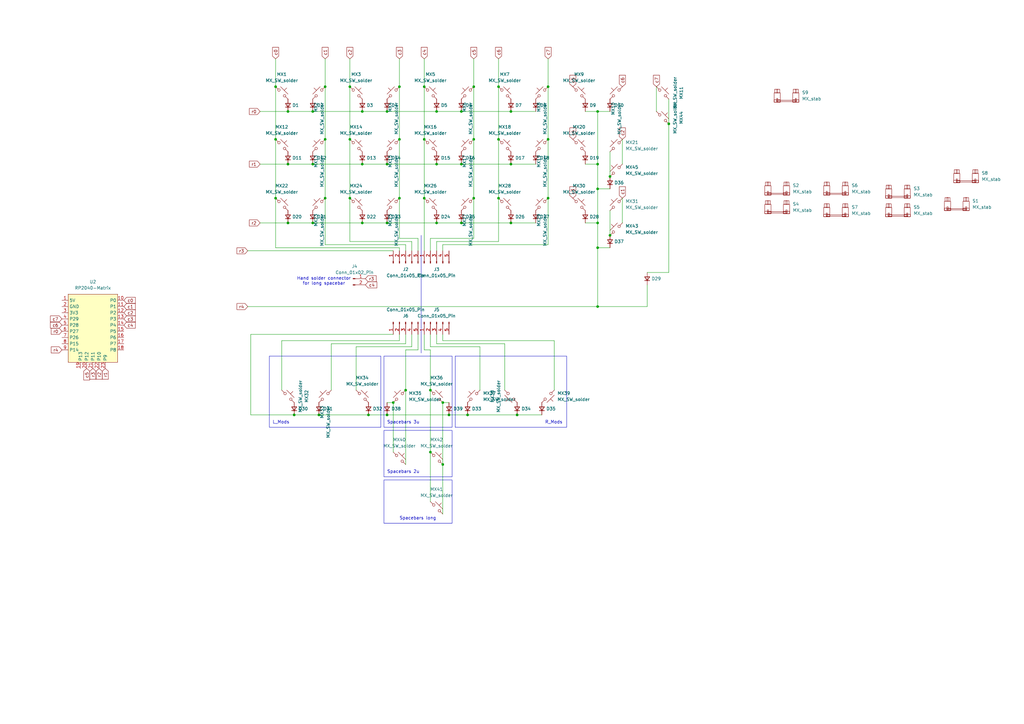
<source format=kicad_sch>
(kicad_sch (version 20250114) (generator "eeschema") (generator_version "9.0")
  (paper "A3")
  (lib_symbols
    (symbol "Connector:Conn_01x02_Pin" (pin_names (offset 1.016) (hide yes))
      (property "Reference" "J" (at 0 2.54 0))
      (property "Value" "Conn_01x02_Pin" (at 0 -5.08 0))
      (symbol "Conn_01x02_Pin_1_1"
        (rectangle (start 0.8636 0.127) (end 0 -0.127) (stroke (width 0.1524)) (fill (type outline)))
        (rectangle (start 0.8636 -2.413) (end 0 -2.667) (stroke (width 0.1524)) (fill (type outline)))
        (polyline (pts (xy 1.27 0) (xy 0.8636 0)) (stroke (width 0.1524)))
        (polyline (pts (xy 1.27 -2.54) (xy 0.8636 -2.54)) (stroke (width 0.1524)))
        (pin passive line (at 5.08 0 180) (length 3.81) (name "Pin_1") (number "1"))
        (pin passive line (at 5.08 -2.54 180) (length 3.81) (name "Pin_2") (number "2"))
      )
    )
    (symbol "Connector:Conn_01x05_Pin" (pin_names (offset 1.016) (hide yes))
      (property "Reference" "J" (at 0 7.62 0))
      (property "Value" "Conn_01x05_Pin" (at 0 -7.62 0))
      (symbol "Conn_01x05_Pin_1_1"
        (rectangle (start 0.8636 5.207) (end 0 4.953) (stroke (width 0.1524)) (fill (type outline)))
        (rectangle (start 0.8636 2.667) (end 0 2.413) (stroke (width 0.1524)) (fill (type outline)))
        (rectangle (start 0.8636 0.127) (end 0 -0.127) (stroke (width 0.1524)) (fill (type outline)))
        (rectangle (start 0.8636 -2.413) (end 0 -2.667) (stroke (width 0.1524)) (fill (type outline)))
        (rectangle (start 0.8636 -4.953) (end 0 -5.207) (stroke (width 0.1524)) (fill (type outline)))
        (polyline (pts (xy 1.27 5.08) (xy 0.8636 5.08)) (stroke (width 0.1524)))
        (polyline (pts (xy 1.27 2.54) (xy 0.8636 2.54)) (stroke (width 0.1524)))
        (polyline (pts (xy 1.27 0) (xy 0.8636 0)) (stroke (width 0.1524)))
        (polyline (pts (xy 1.27 -2.54) (xy 0.8636 -2.54)) (stroke (width 0.1524)))
        (polyline (pts (xy 1.27 -5.08) (xy 0.8636 -5.08)) (stroke (width 0.1524)))
        (pin passive line (at 5.08 5.08 180) (length 3.81) (name "Pin_1") (number "1"))
        (pin passive line (at 5.08 2.54 180) (length 3.81) (name "Pin_2") (number "2"))
        (pin passive line (at 5.08 0 180) (length 3.81) (name "Pin_3") (number "3"))
        (pin passive line (at 5.08 -2.54 180) (length 3.81) (name "Pin_4") (number "4"))
        (pin passive line (at 5.08 -5.08 180) (length 3.81) (name "Pin_5") (number "5"))
      )
    )
    (symbol "Device:D_Small" (pin_numbers (hide yes)) (pin_names (offset 0.254) (hide yes))
      (property "Reference" "D" (at -1.27 2.032 0))
      (property "Value" "D_Small" (at -3.81 -2.032 0))
      (symbol "D_Small_0_1"
        (polyline (pts (xy -0.762 0) (xy 0.762 0)))
        (polyline (pts (xy -0.762 -1.016) (xy -0.762 1.016)) (stroke (width 0.254)))
        (polyline (pts (xy 0.762 -1.016) (xy -0.762 0) (xy 0.762 1.016) (xy 0.762 -1.016)) (stroke (width 0.254)))
      )
      (symbol "D_Small_1_1"
        (pin passive line (at -2.54 0 0) (length 1.778) (name "K") (number "1"))
        (pin passive line (at 2.54 0 180) (length 1.778) (name "A") (number "2"))
      )
    )
    (symbol "PCM_marbastlib-mx:MX_SW_solder" (pin_numbers (hide yes)) (pin_names (offset 1.016) (hide yes))
      (property "Reference" "MX" (at 3.048 1.016 0))
      (property "Value" "MX_SW_solder" (at 0 -3.81 0))
      (symbol "MX_SW_solder_0_1"
        (polyline (pts (xy -2.54 2.54) (xy -1.524 1.524) (xy -1.524 1.524)))
        (circle (center -1.1684 1.1684) (radius 0.508))
        (polyline (pts (xy -0.508 2.54) (xy 2.54 -0.508)))
        (polyline (pts (xy 1.016 1.016) (xy 2.032 2.032)))
        (circle (center 1.143 -1.1938) (radius 0.508))
        (polyline (pts (xy 1.524 -1.524) (xy 2.54 -2.54) (xy 2.54 -2.54) (xy 2.54 -2.54)))
        (pin passive line (at -2.54 2.54 0) (length 0) (name "1") (number "1"))
        (pin passive line (at 2.54 -2.54 180) (length 0) (name "2") (number "2"))
      )
    )
    (symbol "PCM_marbastlib-mx:MX_stab" (pin_names (offset 1.016))
      (property "Reference" "S" (at -5.08 6.35 0))
      (property "Value" "MX_stab" (at -5.08 3.81 0))
      (symbol "MX_stab_0_1"
        (rectangle (start -5.08 1.27) (end -2.54 -2.54))
        (rectangle (start -5.08 -1.524) (end -2.54 -2.54))
        (rectangle (start -4.826 2.794) (end -2.794 1.27))
        (rectangle (start -4.064 1.27) (end -3.556 2.794))
        (rectangle (start -4.064 -1.778) (end 4.064 -2.286))
        (rectangle (start -4.064 -2.286) (end -3.556 -1.016))
        (rectangle (start 2.54 1.27) (end 5.08 -2.54))
        (rectangle (start 2.54 -1.524) (end 5.08 -2.54))
        (rectangle (start 2.794 2.794) (end 4.826 1.27))
        (rectangle (start 3.556 1.27) (end 4.064 2.794))
        (rectangle (start 4.064 -2.286) (end 3.556 -1.016))
      )
    )
    (symbol "PCM_marbastlib-promicroish:RP2040-Matrix" (in_bom no)
      (property "Reference" "U" (at 0 20.574 0))
      (property "Value" "RP2040-Matrix" (at 0 18.034 0))
      (symbol "RP2040-Matrix_0_0"
        (pin bidirectional line (at -12.7 3.81 0) (length 2.54) (name "P28") (number "5"))
        (pin bidirectional line (at -12.7 1.27 0) (length 2.54) (name "P27") (number "6"))
        (pin bidirectional line (at -12.7 -1.27 0) (length 2.54) (name "P26") (number "7"))
        (pin bidirectional line (at -12.7 -3.81 0) (length 2.54) (name "P15") (number "8"))
        (pin bidirectional line (at -5.08 -13.97 90) (length 2.54) (name "P13") (number "19"))
        (pin bidirectional line (at -2.54 -13.97 90) (length 2.54) (name "P12") (number "20"))
        (pin bidirectional line (at 0 -13.97 90) (length 2.54) (name "P11") (number "21"))
        (pin bidirectional line (at 2.54 -13.97 90) (length 2.54) (name "P10") (number "22"))
        (pin bidirectional line (at 5.08 -13.97 90) (length 2.54) (name "P9") (number "23"))
        (pin bidirectional line (at 12.7 13.97 180) (length 2.54) (name "P0") (number "10"))
        (pin bidirectional line (at 12.7 11.43 180) (length 2.54) (name "P1") (number "11"))
        (pin bidirectional line (at 12.7 8.89 180) (length 2.54) (name "P2") (number "12"))
        (pin power_out line (at 12.7 3.81 180) (length 2.54) (name "P4") (number "14"))
        (pin bidirectional line (at 12.7 1.27 180) (length 2.54) (name "P5") (number "15"))
        (pin bidirectional line (at 12.7 -3.81 180) (length 2.54) (name "P7") (number "17"))
        (pin bidirectional line (at 12.7 -6.35 180) (length 2.54) (name "P8") (number "18"))
      )
      (symbol "RP2040-Matrix_1_0"
        (pin power_out line (at -12.7 13.97 0) (length 2.54) (name "5V") (number "1"))
        (pin power_out line (at -12.7 11.43 0) (length 2.54) (name "GND") (number "2"))
        (pin power_out line (at -12.7 8.89 0) (length 2.54) (name "3V3") (number "3"))
        (pin bidirectional line (at -12.7 6.35 0) (length 2.54) (name "P29") (number "4"))
        (pin bidirectional line (at -12.7 -6.35 0) (length 2.54) (name "P14") (number "9"))
        (pin bidirectional line (at 12.7 6.35 180) (length 2.54) (name "P3") (number "13"))
        (pin power_out line (at 12.7 -1.27 180) (length 2.54) (name "P6") (number "16"))
      )
      (symbol "RP2040-Matrix_1_1"
        (rectangle (start -10.16 16.51) (end 10.16 -11.43) (fill (type background)))
      )
    )
  )
  (rectangle (start 157.48 146.05) (end 185.42 175.26))
  (rectangle (start 157.48 176.53) (end 185.42 195.58))
  (rectangle (start 157.48 196.85) (end 185.42 214.63))
  (rectangle (start 186.69 146.05) (end 232.41 175.26))
  (rectangle (start 110.49 146.05) (end 156.21 175.26))
  (text "Hand solder connector\nfor long spacebar\n" (at 132.842 115.316 0) (effects (font (size 1.27 1.27))))
  (text "L_Mods" (at 111.76 173.99 0) (effects (font (size 1.27 1.27)) (justify left bottom)))
  (text "R_Mods" (at 223.52 173.99 0) (effects (font (size 1.27 1.27)) (justify left bottom)))
  (text "Spacebars 2u" (at 158.75 194.31 0) (effects (font (size 1.27 1.27)) (justify left bottom)))
  (text "Spacebars 3u" (at 158.75 173.99 0) (effects (font (size 1.27 1.27)) (justify left bottom)))
  (text "Spacebars long" (at 163.83 213.36 0) (effects (font (size 1.27 1.27)) (justify left bottom)))
  (junction (at 189.23 91.44))
  (junction (at 209.55 45.72))
  (junction (at 128.27 91.44))
  (junction (at 163.83 81.28))
  (junction (at 224.79 57.15))
  (junction (at 245.11 77.47))
  (junction (at 245.11 67.31))
  (junction (at 143.51 81.28))
  (junction (at 191.77 170.18))
  (junction (at 245.11 91.44))
  (junction (at 204.47 35.56))
  (junction (at 245.11 125.73))
  (junction (at 148.59 45.72))
  (junction (at 158.75 91.44))
  (junction (at 113.03 81.28))
  (junction (at 161.29 165.1))
  (junction (at 163.83 57.15))
  (junction (at 128.27 45.72))
  (junction (at 113.03 57.15))
  (junction (at 179.07 91.44))
  (junction (at 181.61 165.1))
  (junction (at 212.09 170.18))
  (junction (at 194.31 35.56))
  (junction (at 184.15 170.18))
  (junction (at 128.27 67.31))
  (junction (at 274.32 50.8))
  (junction (at 166.37 160.02))
  (junction (at 176.53 160.02))
  (junction (at 209.55 67.31))
  (junction (at 179.07 45.72))
  (junction (at 245.11 101.6))
  (junction (at 143.51 57.15))
  (junction (at 148.59 91.44))
  (junction (at 245.11 45.72))
  (junction (at 163.83 35.56))
  (junction (at 158.75 67.31))
  (junction (at 118.11 91.44))
  (junction (at 181.61 190.5))
  (junction (at 209.55 91.44))
  (junction (at 250.19 96.52))
  (junction (at 158.75 45.72))
  (junction (at 133.35 35.56))
  (junction (at 118.11 67.31))
  (junction (at 133.35 57.15))
  (junction (at 194.31 57.15))
  (junction (at 130.81 170.18))
  (junction (at 189.23 67.31))
  (junction (at 179.07 67.31))
  (junction (at 176.53 185.42))
  (junction (at 250.19 72.39))
  (junction (at 224.79 81.28))
  (junction (at 224.79 35.56))
  (junction (at 143.51 35.56))
  (junction (at 118.11 45.72))
  (junction (at 148.59 67.31))
  (junction (at 204.47 81.28))
  (junction (at 120.65 170.18))
  (junction (at 173.99 57.15))
  (junction (at 189.23 45.72))
  (junction (at 151.13 170.18))
  (junction (at 173.99 81.28))
  (junction (at 133.35 81.28))
  (junction (at 204.47 57.15))
  (junction (at 173.99 35.56))
  (junction (at 194.31 81.28))
  (junction (at 158.75 170.18))
  (junction (at 113.03 35.56))
  (wire (pts (xy 148.59 45.72) (xy 158.75 45.72)))
  (wire (pts (xy 102.87 137.16) (xy 102.87 170.18)))
  (wire (pts (xy 135.89 140.97) (xy 166.37 140.97)))
  (wire (pts (xy 245.11 77.47) (xy 245.11 91.44)))
  (wire (pts (xy 163.83 81.28) (xy 163.83 97.79)))
  (wire (pts (xy 176.53 143.51) (xy 173.99 143.51)))
  (wire (pts (xy 250.19 62.23) (xy 250.19 72.39)))
  (wire (pts (xy 209.55 67.31) (xy 219.71 67.31)))
  (wire (pts (xy 173.99 35.56) (xy 173.99 57.15)))
  (wire (pts (xy 179.07 91.44) (xy 189.23 91.44)))
  (wire (pts (xy 163.83 35.56) (xy 163.83 57.15)))
  (wire (pts (xy 176.53 137.16) (xy 176.53 142.24)))
  (wire (pts (xy 106.68 67.31) (xy 118.11 67.31)))
  (wire (pts (xy 245.11 67.31) (xy 245.11 77.47)))
  (wire (pts (xy 163.83 137.16) (xy 163.83 139.7)))
  (wire (pts (xy 166.37 143.51) (xy 171.45 143.51)))
  (wire (pts (xy 196.85 142.24) (xy 196.85 160.02)))
  (wire (pts (xy 143.51 24.13) (xy 143.51 35.56)))
  (wire (pts (xy 181.61 190.5) (xy 181.61 210.82)))
  (wire (pts (xy 106.68 45.72) (xy 118.11 45.72)))
  (wire (pts (xy 179.07 45.72) (xy 189.23 45.72)))
  (wire (pts (xy 181.61 100.33) (xy 224.79 100.33)))
  (wire (pts (xy 194.31 57.15) (xy 194.31 81.28)))
  (wire (pts (xy 176.53 185.42) (xy 176.53 205.74)))
  (wire (pts (xy 158.75 45.72) (xy 179.07 45.72)))
  (wire (pts (xy 265.43 116.84) (xy 265.43 125.73)))
  (wire (pts (xy 148.59 67.31) (xy 158.75 67.31)))
  (wire (pts (xy 207.01 140.97) (xy 179.07 140.97)))
  (wire (pts (xy 113.03 57.15) (xy 113.03 81.28)))
  (wire (pts (xy 209.55 45.72) (xy 219.71 45.72)))
  (wire (pts (xy 224.79 24.13) (xy 224.79 35.56)))
  (wire (pts (xy 207.01 160.02) (xy 207.01 140.97)))
  (wire (pts (xy 128.27 67.31) (xy 148.59 67.31)))
  (wire (pts (xy 245.11 45.72) (xy 245.11 67.31)))
  (wire (pts (xy 163.83 97.79) (xy 171.45 97.79)))
  (wire (pts (xy 194.31 24.13) (xy 194.31 35.56)))
  (wire (pts (xy 181.61 139.7) (xy 227.33 139.7)))
  (wire (pts (xy 184.15 170.18) (xy 158.75 170.18)))
  (wire (pts (xy 274.32 40.64) (xy 274.32 50.8)))
  (wire (pts (xy 148.59 91.44) (xy 158.75 91.44)))
  (wire (pts (xy 101.6 102.87) (xy 161.29 102.87)))
  (wire (pts (xy 163.83 57.15) (xy 163.83 81.28)))
  (wire (pts (xy 133.35 35.56) (xy 133.35 57.15)))
  (wire (pts (xy 189.23 45.72) (xy 209.55 45.72)))
  (wire (pts (xy 168.91 142.24) (xy 146.05 142.24)))
  (wire (pts (xy 166.37 100.33) (xy 166.37 102.87)))
  (wire (pts (xy 227.33 139.7) (xy 227.33 160.02)))
  (wire (pts (xy 212.09 170.18) (xy 191.77 170.18)))
  (wire (pts (xy 179.07 67.31) (xy 189.23 67.31)))
  (wire (pts (xy 166.37 140.97) (xy 166.37 137.16)))
  (wire (pts (xy 194.31 81.28) (xy 194.31 97.79)))
  (wire (pts (xy 179.07 99.06) (xy 204.47 99.06)))
  (wire (pts (xy 245.11 125.73) (xy 101.6 125.73)))
  (wire (pts (xy 181.61 165.1) (xy 181.61 190.5)))
  (wire (pts (xy 118.11 91.44) (xy 128.27 91.44)))
  (wire (pts (xy 143.51 81.28) (xy 143.51 99.06)))
  (wire (pts (xy 189.23 91.44) (xy 209.55 91.44)))
  (wire (pts (xy 184.15 165.1) (xy 181.61 165.1)))
  (wire (pts (xy 265.43 111.76) (xy 274.32 111.76)))
  (wire (pts (xy 158.75 165.1) (xy 161.29 165.1)))
  (wire (pts (xy 176.53 142.24) (xy 196.85 142.24)))
  (wire (pts (xy 168.91 99.06) (xy 168.91 102.87)))
  (wire (pts (xy 189.23 67.31) (xy 209.55 67.31)))
  (wire (pts (xy 240.03 67.31) (xy 245.11 67.31)))
  (wire (pts (xy 146.05 142.24) (xy 146.05 160.02)))
  (wire (pts (xy 166.37 160.02) (xy 166.37 143.51)))
  (wire (pts (xy 151.13 170.18) (xy 130.81 170.18)))
  (wire (pts (xy 191.77 170.18) (xy 184.15 170.18)))
  (wire (pts (xy 245.11 91.44) (xy 245.11 101.6)))
  (wire (pts (xy 176.53 97.79) (xy 176.53 102.87)))
  (wire (pts (xy 265.43 125.73) (xy 245.11 125.73)))
  (wire (pts (xy 163.83 24.13) (xy 163.83 35.56)))
  (wire (pts (xy 181.61 102.87) (xy 181.61 100.33)))
  (wire (pts (xy 274.32 50.8) (xy 274.32 111.76)))
  (wire (pts (xy 250.19 86.36) (xy 250.19 96.52)))
  (wire (pts (xy 166.37 160.02) (xy 166.37 190.5)))
  (wire (pts (xy 250.19 45.72) (xy 245.11 45.72)))
  (wire (pts (xy 173.99 24.13) (xy 173.99 35.56)))
  (wire (pts (xy 143.51 57.15) (xy 143.51 81.28)))
  (wire (pts (xy 176.53 160.02) (xy 176.53 185.42)))
  (wire (pts (xy 269.24 35.56) (xy 269.24 45.72)))
  (wire (pts (xy 133.35 24.13) (xy 133.35 35.56)))
  (wire (pts (xy 173.99 57.15) (xy 173.99 81.28)))
  (wire (pts (xy 133.35 100.33) (xy 166.37 100.33)))
  (wire (pts (xy 250.19 101.6) (xy 245.11 101.6)))
  (wire (pts (xy 194.31 35.56) (xy 194.31 57.15)))
  (wire (pts (xy 118.11 45.72) (xy 128.27 45.72)))
  (wire (pts (xy 113.03 35.56) (xy 113.03 57.15)))
  (wire (pts (xy 209.55 91.44) (xy 219.71 91.44)))
  (wire (pts (xy 133.35 57.15) (xy 133.35 81.28)))
  (wire (pts (xy 135.89 160.02) (xy 135.89 140.97)))
  (wire (pts (xy 179.07 140.97) (xy 179.07 137.16)))
  (wire (pts (xy 250.19 77.47) (xy 245.11 77.47)))
  (wire (pts (xy 204.47 57.15) (xy 204.47 81.28)))
  (wire (pts (xy 161.29 165.1) (xy 161.29 185.42)))
  (wire (pts (xy 168.91 137.16) (xy 168.91 142.24)))
  (wire (pts (xy 163.83 101.6) (xy 163.83 102.87)))
  (wire (pts (xy 120.65 170.18) (xy 102.87 170.18)))
  (wire (pts (xy 255.27 57.15) (xy 255.27 67.31)))
  (wire (pts (xy 224.79 81.28) (xy 224.79 100.33)))
  (wire (pts (xy 158.75 67.31) (xy 179.07 67.31)))
  (wire (pts (xy 130.81 170.18) (xy 120.65 170.18)))
  (wire (pts (xy 240.03 45.72) (xy 245.11 45.72)))
  (wire (pts (xy 106.68 91.44) (xy 118.11 91.44)))
  (wire (pts (xy 179.07 102.87) (xy 179.07 99.06)))
  (wire (pts (xy 176.53 160.02) (xy 176.53 143.51)))
  (wire (pts (xy 224.79 57.15) (xy 224.79 81.28)))
  (wire (pts (xy 194.31 97.79) (xy 176.53 97.79)))
  (wire (pts (xy 224.79 35.56) (xy 224.79 57.15)))
  (wire (pts (xy 204.47 99.06) (xy 204.47 81.28)))
  (wire (pts (xy 158.75 91.44) (xy 179.07 91.44)))
  (wire (pts (xy 102.87 137.16) (xy 161.29 137.16)))
  (wire (pts (xy 222.25 170.18) (xy 212.09 170.18)))
  (wire (pts (xy 245.11 101.6) (xy 245.11 125.73)))
  (wire (pts (xy 171.45 97.79) (xy 171.45 102.87)))
  (wire (pts (xy 115.57 139.7) (xy 115.57 160.02)))
  (wire (pts (xy 171.45 143.51) (xy 171.45 137.16)))
  (wire (pts (xy 128.27 45.72) (xy 148.59 45.72)))
  (wire (pts (xy 143.51 99.06) (xy 168.91 99.06)))
  (wire (pts (xy 143.51 35.56) (xy 143.51 57.15)))
  (wire (pts (xy 128.27 91.44) (xy 148.59 91.44)))
  (wire (pts (xy 204.47 35.56) (xy 204.47 57.15)))
  (wire (pts (xy 158.75 170.18) (xy 151.13 170.18)))
  (wire (pts (xy 113.03 101.6) (xy 163.83 101.6)))
  (wire (pts (xy 204.47 24.13) (xy 204.47 35.56)))
  (wire (pts (xy 255.27 81.28) (xy 255.27 91.44)))
  (wire (pts (xy 113.03 81.28) (xy 113.03 101.6)))
  (wire (pts (xy 163.83 139.7) (xy 115.57 139.7)))
  (wire (pts (xy 173.99 143.51) (xy 173.99 137.16)))
  (wire (pts (xy 118.11 67.31) (xy 128.27 67.31)))
  (wire (pts (xy 173.99 81.28) (xy 173.99 102.87)))
  (wire (pts (xy 133.35 81.28) (xy 133.35 100.33)))
  (wire (pts (xy 113.03 24.13) (xy 113.03 35.56)))
  (polyline (pts (xy 172.72 96.52) (xy 172.72 144.78)))
  (wire (pts (xy 181.61 137.16) (xy 181.61 139.7)))
  (wire (pts (xy 240.03 91.44) (xy 245.11 91.44)))
  (global_label "c3" (shape input) (at 50.8 130.81 0) (property "Intersheetrefs" "${INTERSHEET_REFS}" (effects (hide yes))))
  (global_label "c7" (shape input) (at 25.4 130.81 180) (property "Intersheetrefs" "${INTERSHEET_REFS}" (effects (hide yes))))
  (global_label "c6" (shape input) (at 204.47 24.13 90) (property "Intersheetrefs" "${INTERSHEET_REFS}" (effects (hide yes))))
  (global_label "c1" (shape input) (at 50.8 125.73 0) (property "Intersheetrefs" "${INTERSHEET_REFS}" (effects (hide yes))))
  (global_label "c4" (shape input) (at 50.8 133.35 0) (property "Intersheetrefs" "${INTERSHEET_REFS}" (effects (hide yes))))
  (global_label "r3" (shape input) (at 38.1 151.13 270) (property "Intersheetrefs" "${INTERSHEET_REFS}" (effects (hide yes))))
  (global_label "c2" (shape input) (at 143.51 24.13 90) (property "Intersheetrefs" "${INTERSHEET_REFS}" (effects (hide yes))))
  (global_label "c7" (shape input) (at 224.79 24.13 90) (property "Intersheetrefs" "${INTERSHEET_REFS}" (effects (hide yes))))
  (global_label "r2" (shape input) (at 106.68 91.44 180) (property "Intersheetrefs" "${INTERSHEET_REFS}" (effects (hide yes))))
  (global_label "r2" (shape input) (at 40.64 151.13 270) (property "Intersheetrefs" "${INTERSHEET_REFS}" (effects (hide yes))))
  (global_label "c5" (shape input) (at 194.31 24.13 90) (property "Intersheetrefs" "${INTERSHEET_REFS}" (effects (hide yes))))
  (global_label "c1" (shape input) (at 133.35 24.13 90) (property "Intersheetrefs" "${INTERSHEET_REFS}" (effects (hide yes))))
  (global_label "r1" (shape input) (at 43.18 151.13 270) (property "Intersheetrefs" "${INTERSHEET_REFS}" (effects (hide yes))))
  (global_label "c3" (shape input) (at 163.83 24.13 90) (property "Intersheetrefs" "${INTERSHEET_REFS}" (effects (hide yes))))
  (global_label "c7" (shape input) (at 269.24 35.56 90) (property "Intersheetrefs" "${INTERSHEET_REFS}" (effects (hide yes))))
  (global_label "c0" (shape input) (at 50.8 123.19 0) (property "Intersheetrefs" "${INTERSHEET_REFS}" (effects (hide yes))))
  (global_label "c3" (shape input) (at 234.95 81.28 90) (property "Intersheetrefs" "${INTERSHEET_REFS}" (effects (hide yes))))
  (global_label "c4" (shape input) (at 173.99 24.13 90) (property "Intersheetrefs" "${INTERSHEET_REFS}" (effects (hide yes))))
  (global_label "r0" (shape input) (at 106.68 45.72 180) (property "Intersheetrefs" "${INTERSHEET_REFS}" (effects (hide yes))))
  (global_label "r4" (shape input) (at 25.4 143.51 180) (property "Intersheetrefs" "${INTERSHEET_REFS}" (effects (hide yes))))
  (global_label "r0" (shape input) (at 25.4 135.89 180) (property "Intersheetrefs" "${INTERSHEET_REFS}" (effects (hide yes))))
  (global_label "c6" (shape input) (at 25.4 133.35 180) (property "Intersheetrefs" "${INTERSHEET_REFS}" (effects (hide yes))))
  (global_label "c0" (shape input) (at 113.03 24.13 90) (property "Intersheetrefs" "${INTERSHEET_REFS}" (effects (hide yes))))
  (global_label "r4" (shape input) (at 101.6 125.73 180) (property "Intersheetrefs" "${INTERSHEET_REFS}" (effects (hide yes))))
  (global_label "c4" (shape input) (at 149.86 116.84 0) (property "Intersheetrefs" "${INTERSHEET_REFS}" (effects (hide yes))))
  (global_label "c6" (shape input) (at 255.27 35.56 90) (property "Intersheetrefs" "${INTERSHEET_REFS}" (effects (hide yes))))
  (global_label "c1" (shape input) (at 255.27 81.28 90) (property "Intersheetrefs" "${INTERSHEET_REFS}" (effects (hide yes))))
  (global_label "c2" (shape input) (at 50.8 128.27 0) (property "Intersheetrefs" "${INTERSHEET_REFS}" (effects (hide yes))))
  (global_label "r3" (shape input) (at 149.86 114.3 0) (property "Intersheetrefs" "${INTERSHEET_REFS}" (effects (hide yes))))
  (global_label "c5" (shape input) (at 234.95 35.56 90) (property "Intersheetrefs" "${INTERSHEET_REFS}" (effects (hide yes))))
  (global_label "r1" (shape input) (at 106.68 67.31 180) (property "Intersheetrefs" "${INTERSHEET_REFS}" (effects (hide yes))))
  (global_label "c4" (shape input) (at 234.95 57.15 90) (property "Intersheetrefs" "${INTERSHEET_REFS}" (effects (hide yes))))
  (global_label "c5" (shape input) (at 35.56 151.13 270) (property "Intersheetrefs" "${INTERSHEET_REFS}" (effects (hide yes))))
  (global_label "r3" (shape input) (at 101.6 102.87 180) (property "Intersheetrefs" "${INTERSHEET_REFS}" (effects (hide yes))))
  (global_label "c2" (shape input) (at 255.27 57.15 90) (property "Intersheetrefs" "${INTERSHEET_REFS}" (effects (hide yes))))
  (symbol (lib_id "Device:D_Small") (at 148.59 88.9 90) (unit 1)
    (property "Reference" "D22" (at 150.368 88.9 90) (effects (justify right)))
    (property "Value" "1n4148" (effects (hide yes)))
    (property "Footprint" "footprints:Diode-dual" (effects (hide yes)))
    (property "Description" "Diode, small symbol" (effects (hide yes)))
    (property "Sim.Device" "D" (effects (hide yes)))
    (property "Sim.Pins" "1=K 2=A" (effects (hide yes)))
  )
  (symbol (lib_id "Connector:Conn_01x05_Pin") (at 179.07 107.95 90) (unit 1)
    (property "Reference" "J3" (at 179.07 110.49 90))
    (property "Value" "Conn_01x05_Pin" (at 179.07 113.03 90))
    (property "Footprint" "Connector_PinHeader_2.54mm:PinHeader_1x05_P2.54mm_Vertical" (effects (hide yes)))
    (property "Description" "Generic connector, single row, 01x05, script generated" (effects (hide yes)))
  )
  (symbol (lib_id "PCM_marbastlib-mx:MX_SW_solder") (at 115.57 83.82 0) (unit 1)
    (property "Reference" "MX22" (at 115.57 76.2 0))
    (property "Value" "MX_SW_solder" (at 115.57 78.74 0))
    (property "Footprint" "PCM_marbastlib-mx:SW_MX_1.75u" (effects (hide yes)))
  )
  (symbol (lib_id "PCM_marbastlib-mx:MX_stab") (at 368.3 86.36 0) (unit 1)
    (property "Reference" "S5" (at 374.65 84.963 0) (effects (justify left)))
    (property "Value" "MX_stab" (at 374.65 87.503 0) (effects (justify left)))
    (property "Footprint" "PCM_marbastlib-mx:STAB_MX_2u" (effects (hide yes)))
  )
  (symbol (lib_id "Device:D_Small") (at 158.75 64.77 90) (unit 1)
    (property "Reference" "D14" (at 160.528 64.77 90) (effects (justify right)))
    (property "Value" "1n4148" (effects (hide yes)))
    (property "Footprint" "footprints:Diode-dual" (effects (hide yes)))
    (property "Description" "Diode, small symbol" (effects (hide yes)))
    (property "Sim.Device" "D" (effects (hide yes)))
    (property "Sim.Pins" "1=K 2=A" (effects (hide yes)))
  )
  (symbol (lib_id "Device:D_Small") (at 151.13 167.64 90) (unit 1)
    (property "Reference" "D32" (at 152.908 167.64 90) (effects (justify right)))
    (property "Value" "1n4148" (effects (hide yes)))
    (property "Footprint" "footprints:Diode-dual" (effects (hide yes)))
    (property "Description" "Diode, small symbol" (effects (hide yes)))
    (property "Sim.Device" "D" (effects (hide yes)))
    (property "Sim.Pins" "1=K 2=A" (effects (hide yes)))
  )
  (symbol (lib_id "Device:D_Small") (at 189.23 88.9 90) (unit 1)
    (property "Reference" "D25" (at 191.008 88.9 90) (effects (justify right)))
    (property "Value" "1n4148" (effects (hide yes)))
    (property "Footprint" "footprints:Diode-dual" (effects (hide yes)))
    (property "Description" "Diode, small symbol" (effects (hide yes)))
    (property "Sim.Device" "D" (effects (hide yes)))
    (property "Sim.Pins" "1=K 2=A" (effects (hide yes)))
  )
  (symbol (lib_id "PCM_marbastlib-mx:MX_SW_solder") (at 252.73 93.98 90) (unit 1)
    (property "Reference" "MX43" (at 256.54 92.71 90) (effects (justify right)))
    (property "Value" "MX_SW_solder" (at 256.54 95.25 90) (effects (justify right)))
    (property "Footprint" "PCM_marbastlib-mx:SW_MX_1u" (effects (hide yes)))
  )
  (symbol (lib_id "Device:D_Small") (at 118.11 88.9 90) (unit 1)
    (property "Reference" "D20" (at 119.888 88.9 90) (effects (justify right)))
    (property "Value" "1n4148" (effects (hide yes)))
    (property "Footprint" "footprints:Diode-dual" (effects (hide yes)))
    (property "Description" "Diode, small symbol" (effects (hide yes)))
    (property "Sim.Device" "D" (effects (hide yes)))
    (property "Sim.Pins" "1=K 2=A" (effects (hide yes)))
  )
  (symbol (lib_id "PCM_marbastlib-mx:MX_SW_solder") (at 163.83 162.56 90) (unit 1)
    (property "Reference" "MX35" (at 167.64 161.29 90) (effects (justify right)))
    (property "Value" "MX_SW_solder" (at 167.64 163.83 90) (effects (justify right)))
    (property "Footprint" "PCM_marbastlib-mx:SW_MX_1u" (effects (hide yes)))
  )
  (symbol (lib_id "PCM_marbastlib-mx:MX_SW_solder") (at 271.78 48.26 270) (mirror x) (unit 1)
    (property "Reference" "MX44" (at 279.4 48.26 0))
    (property "Value" "MX_SW_solder" (at 276.86 48.26 0))
    (property "Footprint" "PCM_marbastlib-mx:SW_MX_1.5u" (effects (hide yes)))
  )
  (symbol (lib_id "PCM_marbastlib-mx:MX_SW_solder") (at 237.49 83.82 0) (unit 1)
    (property "Reference" "MX30" (at 237.49 76.2 0))
    (property "Value" "MX_SW_solder" (at 237.49 78.74 0))
    (property "Footprint" "PCM_marbastlib-mx:SW_MX_1u" (effects (hide yes)))
  )
  (symbol (lib_id "PCM_marbastlib-mx:MX_SW_solder") (at 252.73 38.1 0) (mirror y) (unit 1)
    (property "Reference" "MX10" (at 251.46 41.91 90) (effects (justify right)))
    (property "Value" "MX_SW_solder" (at 254 41.91 90) (effects (justify right)))
    (property "Footprint" "PCM_marbastlib-mx:SW_MX_1u" (effects (hide yes)))
  )
  (symbol (lib_id "PCM_marbastlib-mx:MX_SW_solder") (at 222.25 38.1 0) (mirror y) (unit 1)
    (property "Reference" "MX8" (at 220.98 41.91 90) (effects (justify right)))
    (property "Value" "MX_SW_solder" (at 223.52 41.91 90) (effects (justify right)))
    (property "Footprint" "PCM_marbastlib-mx:SW_MX_1u" (effects (hide yes)))
  )
  (symbol (lib_id "Device:D_Small") (at 250.19 99.06 90) (unit 1)
    (property "Reference" "D37" (at 251.968 99.06 90) (effects (justify right)))
    (property "Value" "1n4148" (effects (hide yes)))
    (property "Footprint" "footprints:Diode-dual" (effects (hide yes)))
    (property "Description" "Diode, small symbol" (effects (hide yes)))
    (property "Sim.Device" "D" (effects (hide yes)))
    (property "Sim.Pins" "1=K 2=A" (effects (hide yes)))
  )
  (symbol (lib_id "PCM_marbastlib-promicroish:RP2040-Matrix") (at 38.1 137.16 0) (unit 1) (in_bom no)
    (property "Reference" "U2" (at 38.1 115.57 0))
    (property "Value" "RP2040-Matrix" (at 38.1 118.11 0))
    (property "Footprint" "PCM_marbastlib-xp-promicroish:RP2040-Matrix_AH" (effects (hide yes)))
    (property "Datasheet" "https://www.waveshare.com/rp2040-matrix.htm" (effects (hide yes)))
    (property "Description" "Symbol for a Waveshare RP2040-Matrix" (effects (hide yes)))
  )
  (symbol (lib_id "Device:D_Small") (at 128.27 64.77 90) (unit 1)
    (property "Reference" "D12" (at 130.048 64.77 90) (effects (justify right)))
    (property "Value" "1n4148" (effects (hide yes)))
    (property "Footprint" "footprints:Diode-dual" (effects (hide yes)))
    (property "Description" "Diode, small symbol" (effects (hide yes)))
    (property "Sim.Device" "D" (effects (hide yes)))
    (property "Sim.Pins" "1=K 2=A" (effects (hide yes)))
  )
  (symbol (lib_id "PCM_marbastlib-mx:MX_SW_solder") (at 207.01 59.69 0) (unit 1)
    (property "Reference" "MX18" (at 207.01 52.07 0))
    (property "Value" "MX_SW_solder" (at 207.01 54.61 0))
    (property "Footprint" "PCM_marbastlib-mx:SW_MX_1u" (effects (hide yes)))
  )
  (symbol (lib_id "Device:D_Small") (at 158.75 43.18 90) (unit 1)
    (property "Reference" "D4" (at 160.528 43.18 90) (effects (justify right)))
    (property "Value" "1n4148" (effects (hide yes)))
    (property "Footprint" "footprints:Diode-dual" (effects (hide yes)))
    (property "Description" "Diode, small symbol" (effects (hide yes)))
    (property "Sim.Device" "D" (effects (hide yes)))
    (property "Sim.Pins" "1=K 2=A" (effects (hide yes)))
  )
  (symbol (lib_id "Device:D_Small") (at 209.55 88.9 90) (unit 1)
    (property "Reference" "D26" (at 211.328 88.9 90) (effects (justify right)))
    (property "Value" "1n4148" (effects (hide yes)))
    (property "Footprint" "footprints:Diode-dual" (effects (hide yes)))
    (property "Description" "Diode, small symbol" (effects (hide yes)))
    (property "Sim.Device" "D" (effects (hide yes)))
    (property "Sim.Pins" "1=K 2=A" (effects (hide yes)))
  )
  (symbol (lib_id "Device:D_Small") (at 148.59 64.77 90) (unit 1)
    (property "Reference" "D13" (at 150.368 64.77 90) (effects (justify right)))
    (property "Value" "1n4148" (effects (hide yes)))
    (property "Footprint" "footprints:Diode-dual" (effects (hide yes)))
    (property "Description" "Diode, small symbol" (effects (hide yes)))
    (property "Sim.Device" "D" (effects (hide yes)))
    (property "Sim.Pins" "1=K 2=A" (effects (hide yes)))
  )
  (symbol (lib_id "PCM_marbastlib-mx:MX_SW_solder") (at 207.01 83.82 0) (unit 1)
    (property "Reference" "MX28" (at 207.01 76.2 0))
    (property "Value" "MX_SW_solder" (at 207.01 78.74 0))
    (property "Footprint" "PCM_marbastlib-mx:SW_MX_1u" (effects (hide yes)))
  )
  (symbol (lib_id "Connector:Conn_01x05_Pin") (at 166.37 107.95 90) (unit 1)
    (property "Reference" "J2" (at 166.37 110.49 90))
    (property "Value" "Conn_01x05_Pin" (at 166.37 113.03 90))
    (property "Footprint" "Connector_PinHeader_2.54mm:PinHeader_1x05_P2.54mm_Vertical" (effects (hide yes)))
    (property "Description" "Generic connector, single row, 01x05, script generated" (effects (hide yes)))
  )
  (symbol (lib_id "PCM_marbastlib-mx:MX_SW_solder") (at 130.81 59.69 0) (mirror y) (unit 1)
    (property "Reference" "MX13" (at 129.54 63.5 90) (effects (justify right)))
    (property "Value" "MX_SW_solder" (at 132.08 63.5 90) (effects (justify right)))
    (property "Footprint" "PCM_marbastlib-mx:SW_MX_1u" (effects (hide yes)))
  )
  (symbol (lib_id "Device:D_Small") (at 158.75 167.64 90) (unit 1)
    (property "Reference" "D38" (at 160.528 167.64 90) (effects (justify right)))
    (property "Value" "1n4148" (effects (hide yes)))
    (property "Footprint" "footprints:Diode-dual" (effects (hide yes)))
    (property "Description" "Diode, small symbol" (effects (hide yes)))
    (property "Sim.Device" "D" (effects (hide yes)))
    (property "Sim.Pins" "1=K 2=A" (effects (hide yes)))
  )
  (symbol (lib_id "Device:D_Small") (at 148.59 43.18 90) (unit 1)
    (property "Reference" "D3" (at 150.368 43.18 90) (effects (justify right)))
    (property "Value" "1n4148" (effects (hide yes)))
    (property "Footprint" "footprints:Diode-dual" (effects (hide yes)))
    (property "Description" "Diode, small symbol" (effects (hide yes)))
    (property "Sim.Device" "D" (effects (hide yes)))
    (property "Sim.Pins" "1=K 2=A" (effects (hide yes)))
  )
  (symbol (lib_id "PCM_marbastlib-mx:MX_SW_solder") (at 207.01 38.1 0) (unit 1)
    (property "Reference" "MX7" (at 207.01 30.48 0))
    (property "Value" "MX_SW_solder" (at 207.01 33.02 0))
    (property "Footprint" "PCM_marbastlib-mx:SW_MX_1u" (effects (hide yes)))
  )
  (symbol (lib_id "PCM_marbastlib-mx:MX_SW_solder") (at 161.29 59.69 0) (mirror y) (unit 1)
    (property "Reference" "MX15" (at 160.02 63.5 90) (effects (justify right)))
    (property "Value" "MX_SW_solder" (at 162.56 63.5 90) (effects (justify right)))
    (property "Footprint" "PCM_marbastlib-mx:SW_MX_1u" (effects (hide yes)))
  )
  (symbol (lib_id "PCM_marbastlib-mx:MX_SW_solder") (at 237.49 38.1 0) (unit 1)
    (property "Reference" "MX9" (at 237.49 30.48 0))
    (property "Value" "MX_SW_solder" (at 237.49 33.02 0))
    (property "Footprint" "PCM_marbastlib-mx:SW_MX_1u" (effects (hide yes)))
  )
  (symbol (lib_id "PCM_marbastlib-mx:MX_stab") (at 322.58 39.37 0) (unit 1)
    (property "Reference" "S9" (at 328.93 37.9729 0) (effects (justify left)))
    (property "Value" "MX_stab" (at 328.93 40.5129 0) (effects (justify left)))
    (property "Footprint" "PCM_marbastlib-mx:STAB_MX_P_ISO" (effects (hide yes)))
    (property "Description" "Cherry MX-style stabilizer" (effects (hide yes)))
  )
  (symbol (lib_id "PCM_marbastlib-mx:MX_SW_solder") (at 176.53 83.82 0) (unit 1)
    (property "Reference" "MX26" (at 176.53 76.2 0))
    (property "Value" "MX_SW_solder" (at 176.53 78.74 0))
    (property "Footprint" "PCM_marbastlib-mx:SW_MX_1u" (effects (hide yes)))
  )
  (symbol (lib_id "Device:D_Small") (at 222.25 167.64 90) (unit 1)
    (property "Reference" "D35" (at 224.028 167.64 90) (effects (justify right)))
    (property "Value" "1n4148" (effects (hide yes)))
    (property "Footprint" "footprints:Diode-dual" (effects (hide yes)))
    (property "Description" "Diode, small symbol" (effects (hide yes)))
    (property "Sim.Device" "D" (effects (hide yes)))
    (property "Sim.Pins" "1=K 2=A" (effects (hide yes)))
  )
  (symbol (lib_id "Device:D_Small") (at 209.55 43.18 90) (unit 1)
    (property "Reference" "D7" (at 211.328 43.18 90) (effects (justify right)))
    (property "Value" "1n4148" (effects (hide yes)))
    (property "Footprint" "footprints:Diode-dual" (effects (hide yes)))
    (property "Description" "Diode, small symbol" (effects (hide yes)))
    (property "Sim.Device" "D" (effects (hide yes)))
    (property "Sim.Pins" "1=K 2=A" (effects (hide yes)))
  )
  (symbol (lib_id "Device:D_Small") (at 240.03 43.18 90) (unit 1)
    (property "Reference" "D9" (at 241.808 43.18 90) (effects (justify right)))
    (property "Value" "1n4148" (effects (hide yes)))
    (property "Footprint" "footprints:Diode-dual" (effects (hide yes)))
    (property "Description" "Diode, small symbol" (effects (hide yes)))
    (property "Sim.Device" "D" (effects (hide yes)))
    (property "Sim.Pins" "1=K 2=A" (effects (hide yes)))
  )
  (symbol (lib_id "Device:D_Small") (at 120.65 167.64 90) (unit 1)
    (property "Reference" "D30" (at 122.428 167.64 90) (effects (justify right)))
    (property "Value" "1n4148" (effects (hide yes)))
    (property "Footprint" "footprints:Diode-dual" (effects (hide yes)))
    (property "Description" "Diode, small symbol" (effects (hide yes)))
    (property "Sim.Device" "D" (effects (hide yes)))
    (property "Sim.Pins" "1=K 2=A" (effects (hide yes)))
  )
  (symbol (lib_id "PCM_marbastlib-mx:MX_SW_solder") (at 176.53 59.69 0) (unit 1)
    (property "Reference" "MX16" (at 176.53 52.07 0))
    (property "Value" "MX_SW_solder" (at 176.53 54.61 0))
    (property "Footprint" "PCM_marbastlib-mx:SW_MX_1u" (effects (hide yes)))
  )
  (symbol (lib_id "PCM_marbastlib-mx:MX_SW_solder") (at 224.79 162.56 270) (unit 1)
    (property "Reference" "MX39" (at 228.6 161.2899 90) (effects (justify left)))
    (property "Value" "MX_SW_solder" (at 228.6 163.8299 90) (effects (justify left)))
    (property "Footprint" "PCM_marbastlib-mx:SW_MX_1u" (effects (hide yes)))
  )
  (symbol (lib_id "PCM_marbastlib-mx:MX_SW_solder") (at 146.05 59.69 0) (unit 1)
    (property "Reference" "MX14" (at 146.05 52.07 0))
    (property "Value" "MX_SW_solder" (at 146.05 54.61 0))
    (property "Footprint" "PCM_marbastlib-mx:SW_MX_1u" (effects (hide yes)))
  )
  (symbol (lib_id "Device:D_Small") (at 179.07 43.18 90) (unit 1)
    (property "Reference" "D5" (at 180.848 43.18 90) (effects (justify right)))
    (property "Value" "1n4148" (effects (hide yes)))
    (property "Footprint" "footprints:Diode-dual" (effects (hide yes)))
    (property "Description" "Diode, small symbol" (effects (hide yes)))
    (property "Sim.Device" "D" (effects (hide yes)))
    (property "Sim.Pins" "1=K 2=A" (effects (hide yes)))
  )
  (symbol (lib_id "PCM_marbastlib-mx:MX_SW_solder") (at 222.25 59.69 0) (mirror y) (unit 1)
    (property "Reference" "MX19" (at 220.98 63.5 90) (effects (justify right)))
    (property "Value" "MX_SW_solder" (at 223.52 63.5 90) (effects (justify right)))
    (property "Footprint" "PCM_marbastlib-mx:SW_MX_1u" (effects (hide yes)))
  )
  (symbol (lib_id "PCM_marbastlib-mx:MX_SW_solder") (at 133.35 162.56 0) (mirror y) (unit 1)
    (property "Reference" "MX33" (at 132.08 166.37 90) (effects (justify right)))
    (property "Value" "MX_SW_solder" (at 134.62 166.37 90) (effects (justify right)))
    (property "Footprint" "PCM_marbastlib-mx:SW_MX_1u" (effects (hide yes)))
  )
  (symbol (lib_id "PCM_marbastlib-mx:MX_stab") (at 392.43 83.82 0) (unit 1)
    (property "Reference" "S1" (at 398.78 82.423 0) (effects (justify left)))
    (property "Value" "MX_stab" (at 398.78 84.963 0) (effects (justify left)))
    (property "Footprint" "PCM_marbastlib-mx:STAB_MX_2.25u" (effects (hide yes)))
  )
  (symbol (lib_id "PCM_marbastlib-mx:MX_SW_solder") (at 209.55 162.56 90) (mirror x) (unit 1)
    (property "Reference" "MX38" (at 201.93 162.56 0))
    (property "Value" "MX_SW_solder" (at 204.47 162.56 0))
    (property "Footprint" "PCM_marbastlib-mx:SW_MX_1u" (effects (hide yes)))
  )
  (symbol (lib_id "PCM_marbastlib-mx:MX_SW_solder") (at 130.81 38.1 0) (mirror y) (unit 1)
    (property "Reference" "MX2" (at 129.54 41.91 90) (effects (justify right)))
    (property "Value" "MX_SW_solder" (at 132.08 41.91 90) (effects (justify right)))
    (property "Footprint" "PCM_marbastlib-mx:SW_MX_1u" (effects (hide yes)))
  )
  (symbol (lib_id "PCM_marbastlib-mx:MX_stab") (at 318.77 85.09 0) (unit 1)
    (property "Reference" "S4" (at 325.12 83.693 0) (effects (justify left)))
    (property "Value" "MX_stab" (at 325.12 86.233 0) (effects (justify left)))
    (property "Footprint" "PCM_marbastlib-mx:STAB_MX_2u" (effects (hide yes)))
  )
  (symbol (lib_id "Device:D_Small") (at 179.07 88.9 90) (unit 1)
    (property "Reference" "D24" (at 180.848 88.9 90) (effects (justify right)))
    (property "Value" "1n4148" (effects (hide yes)))
    (property "Footprint" "footprints:Diode-dual" (effects (hide yes)))
    (property "Description" "Diode, small symbol" (effects (hide yes)))
    (property "Sim.Device" "D" (effects (hide yes)))
    (property "Sim.Pins" "1=K 2=A" (effects (hide yes)))
  )
  (symbol (lib_id "Connector:Conn_01x05_Pin") (at 166.37 132.08 90) (mirror x) (unit 1)
    (property "Reference" "J6" (at 166.37 129.54 90))
    (property "Value" "Conn_01x05_Pin" (at 166.37 127 90))
    (property "Footprint" "Connector_PinHeader_2.54mm:PinHeader_1x05_P2.54mm_Vertical" (effects (hide yes)))
    (property "Description" "Generic connector, single row, 01x05, script generated" (effects (hide yes)))
  )
  (symbol (lib_id "Device:D_Small") (at 219.71 88.9 90) (unit 1)
    (property "Reference" "D27" (at 221.488 88.9 90) (effects (justify right)))
    (property "Value" "1n4148" (effects (hide yes)))
    (property "Footprint" "footprints:Diode-dual" (effects (hide yes)))
    (property "Description" "Diode, small symbol" (effects (hide yes)))
    (property "Sim.Device" "D" (effects (hide yes)))
    (property "Sim.Pins" "1=K 2=A" (effects (hide yes)))
  )
  (symbol (lib_id "PCM_marbastlib-mx:MX_SW_solder") (at 118.11 162.56 270) (mirror x) (unit 1)
    (property "Reference" "MX32" (at 125.73 162.56 0))
    (property "Value" "MX_SW_solder" (at 123.19 162.56 0))
    (property "Footprint" "PCM_marbastlib-mx:SW_MX_1u" (effects (hide yes)))
  )
  (symbol (lib_id "PCM_marbastlib-mx:MX_SW_solder") (at 179.07 162.56 0) (unit 1)
    (property "Reference" "MX36" (at 179.07 154.94 0))
    (property "Value" "MX_SW_solder" (at 179.07 157.48 0))
    (property "Footprint" "PCM_marbastlib-mx:SW_MX_1u" (effects (hide yes)))
  )
  (symbol (lib_id "PCM_marbastlib-mx:MX_SW_solder") (at 191.77 38.1 0) (mirror y) (unit 1)
    (property "Reference" "MX6" (at 190.5 41.91 90) (effects (justify right)))
    (property "Value" "MX_SW_solder" (at 193.04 41.91 90) (effects (justify right)))
    (property "Footprint" "PCM_marbastlib-mx:SW_MX_1u" (effects (hide yes)))
  )
  (symbol (lib_id "Device:D_Small") (at 212.09 167.64 90) (unit 1)
    (property "Reference" "D34" (at 213.868 167.64 90) (effects (justify right)))
    (property "Value" "1n4148" (effects (hide yes)))
    (property "Footprint" "footprints:Diode-dual" (effects (hide yes)))
    (property "Description" "Diode, small symbol" (effects (hide yes)))
    (property "Sim.Device" "D" (effects (hide yes)))
    (property "Sim.Pins" "1=K 2=A" (effects (hide yes)))
  )
  (symbol (lib_id "PCM_marbastlib-mx:MX_stab") (at 342.9 86.36 0) (unit 1)
    (property "Reference" "S7" (at 349.25 84.963 0) (effects (justify left)))
    (property "Value" "MX_stab" (at 349.25 87.503 0) (effects (justify left)))
    (property "Footprint" "PCM_marbastlib-mx:STAB_MX_P_10u" (effects (hide yes)))
  )
  (symbol (lib_id "Device:D_Small") (at 179.07 64.77 90) (unit 1)
    (property "Reference" "D15" (at 180.848 64.77 90) (effects (justify right)))
    (property "Value" "1n4148" (effects (hide yes)))
    (property "Footprint" "footprints:Diode-dual" (effects (hide yes)))
    (property "Description" "Diode, small symbol" (effects (hide yes)))
    (property "Sim.Device" "D" (effects (hide yes)))
    (property "Sim.Pins" "1=K 2=A" (effects (hide yes)))
  )
  (symbol (lib_id "Device:D_Small") (at 219.71 43.18 90) (unit 1)
    (property "Reference" "D8" (at 221.488 43.18 90) (effects (justify right)))
    (property "Value" "1n4148" (effects (hide yes)))
    (property "Footprint" "footprints:Diode-dual" (effects (hide yes)))
    (property "Description" "Diode, small symbol" (effects (hide yes)))
    (property "Sim.Device" "D" (effects (hide yes)))
    (property "Sim.Pins" "1=K 2=A" (effects (hide yes)))
  )
  (symbol (lib_id "PCM_marbastlib-mx:MX_SW_solder") (at 191.77 83.82 0) (mirror y) (unit 1)
    (property "Reference" "MX27" (at 190.5 87.63 90) (effects (justify right)))
    (property "Value" "MX_SW_solder" (at 193.04 87.63 90) (effects (justify right)))
    (property "Footprint" "PCM_marbastlib-mx:SW_MX_1u" (effects (hide yes)))
  )
  (symbol (lib_id "Device:D_Small") (at 265.43 114.3 90) (unit 1)
    (property "Reference" "D29" (at 267.208 114.3 90) (effects (justify right)))
    (property "Value" "1n4148" (effects (hide yes)))
    (property "Footprint" "footprints:Diode-dual" (effects (hide yes)))
    (property "Description" "Diode, small symbol" (effects (hide yes)))
    (property "Sim.Device" "D" (effects (hide yes)))
    (property "Sim.Pins" "1=K 2=A" (effects (hide yes)))
  )
  (symbol (lib_id "Device:D_Small") (at 189.23 64.77 90) (unit 1)
    (property "Reference" "D16" (at 191.008 64.77 90) (effects (justify right)))
    (property "Value" "1n4148" (effects (hide yes)))
    (property "Footprint" "footprints:Diode-dual" (effects (hide yes)))
    (property "Description" "Diode, small symbol" (effects (hide yes)))
    (property "Sim.Device" "D" (effects (hide yes)))
    (property "Sim.Pins" "1=K 2=A" (effects (hide yes)))
  )
  (symbol (lib_id "PCM_marbastlib-mx:MX_SW_solder") (at 179.07 208.28 0) (unit 1)
    (property "Reference" "MX41" (at 179.07 200.66 0))
    (property "Value" "MX_SW_solder" (at 179.07 203.2 0))
    (property "Footprint" "PCM_marbastlib-mx:SW_MX_1u" (effects (hide yes)))
  )
  (symbol (lib_id "PCM_marbastlib-mx:MX_SW_solder") (at 179.07 187.96 0) (unit 1)
    (property "Reference" "MX42" (at 179.07 180.34 0))
    (property "Value" "MX_SW_solder" (at 179.07 182.88 0))
    (property "Footprint" "PCM_marbastlib-mx:SW_MX_1u" (effects (hide yes)))
  )
  (symbol (lib_id "Connector:Conn_01x05_Pin") (at 179.07 132.08 90) (mirror x) (unit 1)
    (property "Reference" "J5" (at 179.07 127 90))
    (property "Value" "Conn_01x05_Pin" (at 179.07 129.54 90))
    (property "Footprint" "Connector_PinHeader_2.54mm:PinHeader_1x05_P2.54mm_Vertical" (effects (hide yes)))
    (property "Description" "Generic connector, single row, 01x05, script generated" (effects (hide yes)))
  )
  (symbol (lib_id "PCM_marbastlib-mx:MX_SW_solder") (at 271.78 38.1 270) (mirror x) (unit 1)
    (property "Reference" "MX11" (at 279.4 38.1 0))
    (property "Value" "MX_SW_solder" (at 276.86 38.1 0))
    (property "Footprint" "PCM_marbastlib-mx:SW_MX_1.5u" (effects (hide yes)))
  )
  (symbol (lib_id "Device:D_Small") (at 184.15 167.64 90) (unit 1)
    (property "Reference" "D39" (at 185.928 167.64 90) (effects (justify right)))
    (property "Value" "1n4148" (effects (hide yes)))
    (property "Footprint" "footprints:Diode-dual" (effects (hide yes)))
    (property "Description" "Diode, small symbol" (effects (hide yes)))
    (property "Sim.Device" "D" (effects (hide yes)))
    (property "Sim.Pins" "1=K 2=A" (effects (hide yes)))
  )
  (symbol (lib_id "PCM_marbastlib-mx:MX_SW_solder") (at 115.57 59.69 0) (unit 1)
    (property "Reference" "MX12" (at 115.57 52.07 0))
    (property "Value" "MX_SW_solder" (at 115.57 54.61 0))
    (property "Footprint" "PCM_marbastlib-mx:SW_MX_1.25u" (effects (hide yes)))
  )
  (symbol (lib_id "PCM_marbastlib-mx:MX_SW_solder") (at 222.25 83.82 0) (mirror y) (unit 1)
    (property "Reference" "MX29" (at 220.98 87.63 90) (effects (justify right)))
    (property "Value" "MX_SW_solder" (at 223.52 87.63 90) (effects (justify right)))
    (property "Footprint" "PCM_marbastlib-mx:SW_MX_1u" (effects (hide yes)))
  )
  (symbol (lib_id "PCM_marbastlib-mx:MX_SW_solder") (at 237.49 59.69 0) (unit 1)
    (property "Reference" "MX20" (at 237.49 52.07 0))
    (property "Value" "MX_SW_solder" (at 237.49 54.61 0))
    (property "Footprint" "PCM_marbastlib-mx:SW_MX_1u" (effects (hide yes)))
  )
  (symbol (lib_id "Device:D_Small") (at 130.81 167.64 90) (unit 1)
    (property "Reference" "D31" (at 132.588 167.64 90) (effects (justify right)))
    (property "Value" "1n4148" (effects (hide yes)))
    (property "Footprint" "footprints:Diode-dual" (effects (hide yes)))
    (property "Description" "Diode, small symbol" (effects (hide yes)))
    (property "Sim.Device" "D" (effects (hide yes)))
    (property "Sim.Pins" "1=K 2=A" (effects (hide yes)))
  )
  (symbol (lib_id "PCM_marbastlib-mx:MX_SW_solder") (at 176.53 38.1 0) (unit 1)
    (property "Reference" "MX5" (at 176.53 30.48 0))
    (property "Value" "MX_SW_solder" (at 176.53 33.02 0))
    (property "Footprint" "PCM_marbastlib-mx:SW_MX_1u" (effects (hide yes)))
  )
  (symbol (lib_id "Device:D_Small") (at 250.19 74.93 90) (unit 1)
    (property "Reference" "D36" (at 251.968 74.93 90) (effects (justify right)))
    (property "Value" "1n4148" (effects (hide yes)))
    (property "Footprint" "footprints:Diode-dual" (effects (hide yes)))
    (property "Description" "Diode, small symbol" (effects (hide yes)))
    (property "Sim.Device" "D" (effects (hide yes)))
    (property "Sim.Pins" "1=K 2=A" (effects (hide yes)))
  )
  (symbol (lib_id "Device:D_Small") (at 209.55 64.77 90) (unit 1)
    (property "Reference" "D17" (at 211.328 64.77 90) (effects (justify right)))
    (property "Value" "1n4148" (effects (hide yes)))
    (property "Footprint" "footprints:Diode-dual" (effects (hide yes)))
    (property "Description" "Diode, small symbol" (effects (hide yes)))
    (property "Sim.Device" "D" (effects (hide yes)))
    (property "Sim.Pins" "1=K 2=A" (effects (hide yes)))
  )
  (symbol (lib_id "Device:D_Small") (at 118.11 43.18 90) (unit 1)
    (property "Reference" "D1" (at 119.888 43.18 90) (effects (justify right)))
    (property "Value" "1n4148" (effects (hide yes)))
    (property "Footprint" "footprints:Diode-dual" (effects (hide yes)))
    (property "Description" "Diode, small symbol" (effects (hide yes)))
    (property "Sim.Device" "D" (effects (hide yes)))
    (property "Sim.Pins" "1=K 2=A" (effects (hide yes)))
  )
  (symbol (lib_id "Device:D_Small") (at 158.75 88.9 90) (unit 1)
    (property "Reference" "D23" (at 160.528 88.9 90) (effects (justify right)))
    (property "Value" "1n4148" (effects (hide yes)))
    (property "Footprint" "footprints:Diode-dual" (effects (hide yes)))
    (property "Description" "Diode, small symbol" (effects (hide yes)))
    (property "Sim.Device" "D" (effects (hide yes)))
    (property "Sim.Pins" "1=K 2=A" (effects (hide yes)))
  )
  (symbol (lib_id "PCM_marbastlib-mx:MX_SW_solder") (at 161.29 38.1 0) (mirror y) (unit 1)
    (property "Reference" "MX4" (at 160.02 41.91 90) (effects (justify right)))
    (property "Value" "MX_SW_solder" (at 162.56 41.91 90) (effects (justify right)))
    (property "Footprint" "PCM_marbastlib-mx:SW_MX_1u" (effects (hide yes)))
  )
  (symbol (lib_id "PCM_marbastlib-mx:MX_SW_solder") (at 163.83 187.96 0) (unit 1)
    (property "Reference" "MX40" (at 163.83 180.34 0))
    (property "Value" "MX_SW_solder" (at 163.83 182.88 0))
    (property "Footprint" "PCM_marbastlib-mx:SW_MX_1u" (effects (hide yes)))
  )
  (symbol (lib_id "Device:D_Small") (at 128.27 43.18 90) (unit 1)
    (property "Reference" "D2" (at 130.048 43.18 90) (effects (justify right)))
    (property "Value" "1n4148" (effects (hide yes)))
    (property "Footprint" "footprints:Diode-dual" (effects (hide yes)))
    (property "Description" "Diode, small symbol" (effects (hide yes)))
    (property "Sim.Device" "D" (effects (hide yes)))
    (property "Sim.Pins" "1=K 2=A" (effects (hide yes)))
  )
  (symbol (lib_id "Device:D_Small") (at 118.11 64.77 90) (unit 1)
    (property "Reference" "D11" (at 119.888 64.77 90) (effects (justify right)))
    (property "Value" "1n4148" (effects (hide yes)))
    (property "Footprint" "footprints:Diode-dual" (effects (hide yes)))
    (property "Description" "Diode, small symbol" (effects (hide yes)))
    (property "Sim.Device" "D" (effects (hide yes)))
    (property "Sim.Pins" "1=K 2=A" (effects (hide yes)))
  )
  (symbol (lib_id "PCM_marbastlib-mx:MX_SW_solder") (at 161.29 83.82 0) (mirror y) (unit 1)
    (property "Reference" "MX25" (at 160.02 87.63 90) (effects (justify right)))
    (property "Value" "MX_SW_solder" (at 162.56 87.63 90) (effects (justify right)))
    (property "Footprint" "PCM_marbastlib-mx:SW_MX_1u" (effects (hide yes)))
  )
  (symbol (lib_id "PCM_marbastlib-mx:MX_SW_solder") (at 130.81 83.82 0) (mirror y) (unit 1)
    (property "Reference" "MX23" (at 129.54 87.63 90) (effects (justify right)))
    (property "Value" "MX_SW_solder" (at 132.08 87.63 90) (effects (justify right)))
    (property "Footprint" "PCM_marbastlib-mx:SW_MX_1u" (effects (hide yes)))
  )
  (symbol (lib_id "PCM_marbastlib-mx:MX_stab") (at 396.24 72.39 0) (unit 1)
    (property "Reference" "S8" (at 402.59 70.993 0) (effects (justify left)))
    (property "Value" "MX_stab" (at 402.59 73.533 0) (effects (justify left)))
    (property "Footprint" "PCM_marbastlib-mx:STAB_MX_2.75u" (effects (hide yes)))
  )
  (symbol (lib_id "Device:D_Small") (at 189.23 43.18 90) (unit 1)
    (property "Reference" "D6" (at 191.008 43.18 90) (effects (justify right)))
    (property "Value" "1n4148" (effects (hide yes)))
    (property "Footprint" "footprints:Diode-dual" (effects (hide yes)))
    (property "Description" "Diode, small symbol" (effects (hide yes)))
    (property "Sim.Device" "D" (effects (hide yes)))
    (property "Sim.Pins" "1=K 2=A" (effects (hide yes)))
  )
  (symbol (lib_id "PCM_marbastlib-mx:MX_SW_solder") (at 194.31 162.56 90) (unit 1)
    (property "Reference" "MX37" (at 198.12 161.29 90) (effects (justify right)))
    (property "Value" "MX_SW_solder" (at 198.12 163.83 90) (effects (justify right)))
    (property "Footprint" "PCM_marbastlib-mx:SW_MX_1u" (effects (hide yes)))
  )
  (symbol (lib_id "PCM_marbastlib-mx:MX_SW_solder") (at 146.05 83.82 0) (unit 1)
    (property "Reference" "MX24" (at 146.05 76.2 0))
    (property "Value" "MX_SW_solder" (at 146.05 78.74 0))
    (property "Footprint" "PCM_marbastlib-mx:SW_MX_1u" (effects (hide yes)))
  )
  (symbol (lib_id "PCM_marbastlib-mx:MX_stab") (at 318.77 77.47 0) (unit 1)
    (property "Reference" "S2" (at 325.12 76.073 0) (effects (justify left)))
    (property "Value" "MX_stab" (at 325.12 78.613 0) (effects (justify left)))
    (property "Footprint" "PCM_marbastlib-mx:STAB_MX_3u" (effects (hide yes)))
  )
  (symbol (lib_id "Device:D_Small") (at 240.03 64.77 90) (unit 1)
    (property "Reference" "D19" (at 241.808 64.77 90) (effects (justify right)))
    (property "Value" "1n4148" (effects (hide yes)))
    (property "Footprint" "footprints:Diode-dual" (effects (hide yes)))
    (property "Description" "Diode, small symbol" (effects (hide yes)))
    (property "Sim.Device" "D" (effects (hide yes)))
    (property "Sim.Pins" "1=K 2=A" (effects (hide yes)))
  )
  (symbol (lib_id "Device:D_Small") (at 250.19 43.18 90) (unit 1)
    (property "Reference" "D10" (at 251.968 43.18 90) (effects (justify right)))
    (property "Value" "1n4148" (effects (hide yes)))
    (property "Footprint" "footprints:Diode-dual" (effects (hide yes)))
    (property "Description" "Diode, small symbol" (effects (hide yes)))
    (property "Sim.Device" "D" (effects (hide yes)))
    (property "Sim.Pins" "1=K 2=A" (effects (hide yes)))
  )
  (symbol (lib_id "PCM_marbastlib-mx:MX_SW_solder") (at 148.59 162.56 0) (unit 1)
    (property "Reference" "MX34" (at 148.59 154.94 0))
    (property "Value" "MX_SW_solder" (at 148.59 157.48 0))
    (property "Footprint" "PCM_marbastlib-mx:SW_MX_1u" (effects (hide yes)))
  )
  (symbol (lib_id "Device:D_Small") (at 240.03 88.9 90) (unit 1)
    (property "Reference" "D28" (at 241.808 88.9 90) (effects (justify right)))
    (property "Value" "1n4148" (effects (hide yes)))
    (property "Footprint" "footprints:Diode-dual" (effects (hide yes)))
    (property "Description" "Diode, small symbol" (effects (hide yes)))
    (property "Sim.Device" "D" (effects (hide yes)))
    (property "Sim.Pins" "1=K 2=A" (effects (hide yes)))
  )
  (symbol (lib_id "Device:D_Small") (at 128.27 88.9 90) (unit 1)
    (property "Reference" "D21" (at 130.048 88.9 90) (effects (justify right)))
    (property "Value" "1n4148" (effects (hide yes)))
    (property "Footprint" "footprints:Diode-dual" (effects (hide yes)))
    (property "Description" "Diode, small symbol" (effects (hide yes)))
    (property "Sim.Device" "D" (effects (hide yes)))
    (property "Sim.Pins" "1=K 2=A" (effects (hide yes)))
  )
  (symbol (lib_id "PCM_marbastlib-mx:MX_SW_solder") (at 252.73 69.85 90) (unit 1)
    (property "Reference" "MX45" (at 256.54 68.58 90) (effects (justify right)))
    (property "Value" "MX_SW_solder" (at 256.54 71.12 90) (effects (justify right)))
    (property "Footprint" "PCM_marbastlib-mx:SW_MX_1u" (effects (hide yes)))
  )
  (symbol (lib_id "PCM_marbastlib-mx:MX_SW_solder") (at 252.73 59.69 90) (unit 1)
    (property "Reference" "MX21" (at 256.54 58.42 90) (effects (justify right)))
    (property "Value" "MX_SW_solder" (at 256.54 60.96 90) (effects (justify right)))
    (property "Footprint" "PCM_marbastlib-mx:SW_MX_1u" (effects (hide yes)))
  )
  (symbol (lib_id "PCM_marbastlib-mx:MX_SW_solder") (at 146.05 38.1 0) (unit 1)
    (property "Reference" "MX3" (at 146.05 30.48 0))
    (property "Value" "MX_SW_solder" (at 146.05 33.02 0))
    (property "Footprint" "PCM_marbastlib-mx:SW_MX_1u" (effects (hide yes)))
  )
  (symbol (lib_id "PCM_marbastlib-mx:MX_SW_solder") (at 252.73 83.82 90) (unit 1)
    (property "Reference" "MX31" (at 256.54 82.55 90) (effects (justify right)))
    (property "Value" "MX_SW_solder" (at 256.54 85.09 90) (effects (justify right)))
    (property "Footprint" "PCM_marbastlib-mx:SW_MX_1.75u" (effects (hide yes)))
  )
  (symbol (lib_id "PCM_marbastlib-mx:MX_stab") (at 368.3 78.74 0) (unit 1)
    (property "Reference" "S3" (at 374.65 77.343 0) (effects (justify left)))
    (property "Value" "MX_stab" (at 374.65 79.883 0) (effects (justify left)))
    (property "Footprint" "PCM_marbastlib-mx:STAB_MX_3u" (effects (hide yes)))
  )
  (symbol (lib_id "Device:D_Small") (at 219.71 64.77 90) (unit 1)
    (property "Reference" "D18" (at 221.488 64.77 90) (effects (justify right)))
    (property "Value" "1n4148" (effects (hide yes)))
    (property "Footprint" "footprints:Diode-dual" (effects (hide yes)))
    (property "Description" "Diode, small symbol" (effects (hide yes)))
    (property "Sim.Device" "D" (effects (hide yes)))
    (property "Sim.Pins" "1=K 2=A" (effects (hide yes)))
  )
  (symbol (lib_id "PCM_marbastlib-mx:MX_SW_solder") (at 115.57 38.1 0) (unit 1)
    (property "Reference" "MX1" (at 115.57 30.48 0))
    (property "Value" "MX_SW_solder" (at 115.57 33.02 0))
    (property "Footprint" "PCM_marbastlib-mx:SW_MX_1u" (effects (hide yes)))
  )
  (symbol (lib_id "Connector:Conn_01x02_Pin") (at 144.78 114.3 0) (unit 1)
    (property "Reference" "J4" (at 145.415 109.22 0))
    (property "Value" "Conn_01x02_Pin" (at 145.415 111.76 0))
    (property "Footprint" "Connector_PinHeader_2.54mm:PinHeader_1x02_P2.54mm_Vertical" (effects (hide yes)))
    (property "Description" "Generic connector, single row, 01x02, script generated" (effects (hide yes)))
  )
  (symbol (lib_id "PCM_marbastlib-mx:MX_SW_solder") (at 191.77 59.69 0) (mirror y) (unit 1)
    (property "Reference" "MX17" (at 190.5 63.5 90) (effects (justify right)))
    (property "Value" "MX_SW_solder" (at 193.04 63.5 90) (effects (justify right)))
    (property "Footprint" "PCM_marbastlib-mx:SW_MX_1u" (effects (hide yes)))
  )
  (symbol (lib_id "PCM_marbastlib-mx:MX_stab") (at 342.9 77.47 0) (unit 1)
    (property "Reference" "S6" (at 349.25 76.073 0) (effects (justify left)))
    (property "Value" "MX_stab" (at 349.25 78.613 0) (effects (justify left)))
    (property "Footprint" "PCM_marbastlib-mx:STAB_MX_P_6u" (effects (hide yes)))
  )
  (symbol (lib_id "Device:D_Small") (at 191.77 167.64 90) (unit 1)
    (property "Reference" "D33" (at 193.548 167.64 90) (effects (justify right)))
    (property "Value" "1n4148" (effects (hide yes)))
    (property "Footprint" "footprints:Diode-dual" (effects (hide yes)))
    (property "Description" "Diode, small symbol" (effects (hide yes)))
    (property "Sim.Device" "D" (effects (hide yes)))
    (property "Sim.Pins" "1=K 2=A" (effects (hide yes)))
  )
)
</source>
